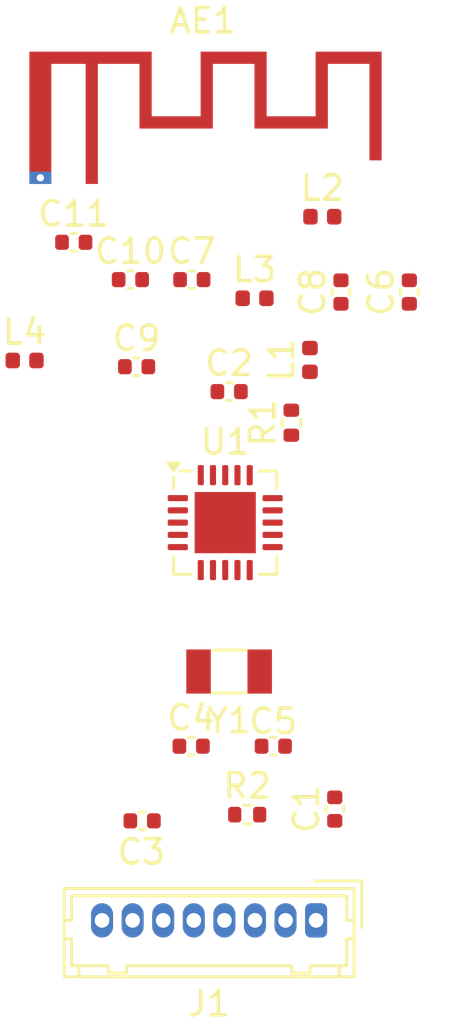
<source format=kicad_pcb>
(kicad_pcb (version 20240108) (generator "pcbnew") (generator_version "8.0")
  (layers (0 "F.Cu" signal) (31 "B.Cu" signal) (34 "B.Paste" user) (35 "F.Paste" user) (36 "B.SilkS" user "B.Silkscreen") (37 "F.SilkS" user "F.Silkscreen") (38 "B.Mask" user) (39 "F.Mask" user) (44 "Edge.Cuts" user))
  (net 0 "")
  (net 1 "Net-(AE1-A)")
  (net 2 "VDD")
  (net 3 "GND")
  (net 4 "Net-(U1-DVDD)")
  (net 5 "Net-(U1-XC2)")
  (net 6 "Net-(U1-XC1)")
  (net 7 "Net-(U1-VDD_PA)")
  (net 8 "Net-(C10-Pad1)")
  (net 9 "Net-(C7-Pad1)")
  (net 10 "Net-(J1-Pin_3)")
  (net 11 "Net-(J1-Pin_2)")
  (net 12 "Net-(J1-Pin_6)")
  (net 13 "Net-(J1-Pin_5)")
  (net 14 "Net-(J1-Pin_4)")
  (net 15 "Net-(J1-Pin_7)")
  (net 16 "Net-(U1-ANT1)")
  (net 17 "Net-(U1-ANT2)")
  (net 18 "Net-(U1-IREF)")
  (footprint "Capacitor_SMD:C_0402_1005Metric" (layer "F.Cu") (at 168.656 77.47)
    (property "Reference" "C11" (at 0 -1.16 0) (layer "F.SilkS"))
    (property "Value" "Cx")
    (fp_line (start -0.107836 -0.36) (end 0.107836 -0.36) (stroke (width 0.12)) (layer "F.SilkS"))
    (fp_line (start -0.107836 0.36) (end 0.107836 0.36) (stroke (width 0.12)) (layer "F.SilkS"))
    (pad "1" smd roundrect (at -0.48 0) (size 0.56 0.62) (layers "F.Cu" "F.Paste" "F.Mask") (net 1 "Net-(AE1-A)"))
    (pad "2" smd roundrect (at 0.48 0) (size 0.56 0.62) (layers "F.Cu" "F.Paste" "F.Mask") (net 3 "GND"))
  )
  (footprint "Package_DFN_QFN:QFN-20-1EP_4x4mm_P0.5mm_EP2.5x2.5mm" (layer "F.Cu") (at 174.8465 88.916)
    (property "Reference" "U1" (at 0 -3.3 0) (layer "F.SilkS"))
    (property "Value" "nRF24L01P")
    (fp_line (start -2.11 -1.385) (end -2.11 -1.87) (stroke (width 0.12)) (layer "F.SilkS"))
    (fp_line (start -2.11 2.11) (end -2.11 1.385) (stroke (width 0.12)) (layer "F.SilkS"))
    (fp_line (start -1.385 -2.11) (end -1.81 -2.11) (stroke (width 0.12)) (layer "F.SilkS"))
    (fp_line (start -1.385 2.11) (end -2.11 2.11) (stroke (width 0.12)) (layer "F.SilkS"))
    (fp_line (start 1.385 -2.11) (end 2.11 -2.11) (stroke (width 0.12)) (layer "F.SilkS"))
    (fp_line (start 1.385 2.11) (end 2.11 2.11) (stroke (width 0.12)) (layer "F.SilkS"))
    (fp_line (start 2.11 -2.11) (end 2.11 -1.385) (stroke (width 0.12)) (layer "F.SilkS"))
    (fp_line (start 2.11 2.11) (end 2.11 1.385) (stroke (width 0.12)) (layer "F.SilkS"))
    (fp_poly (pts (xy -2.11 -2.11) (xy -2.35 -2.44) (xy -1.87 -2.44) (xy -2.11 -2.11)) (stroke (width 0.12)) (fill solid) (layer "F.SilkS"))
    (pad "1" smd roundrect (at -1.9375 -1) (size 0.825 0.25) (layers "F.Cu" "F.Paste" "F.Mask") (net 12 "Net-(J1-Pin_6)"))
    (pad "2" smd roundrect (at -1.9375 -0.5) (size 0.825 0.25) (layers "F.Cu" "F.Paste" "F.Mask") (net 13 "Net-(J1-Pin_5)"))
    (pad "3" smd roundrect (at -1.9375 0) (size 0.825 0.25) (layers "F.Cu" "F.Paste" "F.Mask") (net 14 "Net-(J1-Pin_4)"))
    (pad "4" smd roundrect (at -1.9375 0.5) (size 0.825 0.25) (layers "F.Cu" "F.Paste" "F.Mask") (net 11 "Net-(J1-Pin_2)"))
    (pad "5" smd roundrect (at -1.9375 1) (size 0.825 0.25) (layers "F.Cu" "F.Paste" "F.Mask") (net 10 "Net-(J1-Pin_3)"))
    (pad "6" smd roundrect (at -1 1.9375) (size 0.25 0.825) (layers "F.Cu" "F.Paste" "F.Mask") (net 15 "Net-(J1-Pin_7)"))
    (pad "7" smd roundrect (at -0.5 1.9375) (size 0.25 0.825) (layers "F.Cu" "F.Paste" "F.Mask") (net 2 "VDD"))
    (pad "8" smd roundrect (at 0 1.9375) (size 0.25 0.825) (layers "F.Cu" "F.Paste" "F.Mask") (net 3 "GND"))
    (pad "9" smd roundrect (at 0.5 1.9375) (size 0.25 0.825) (layers "F.Cu" "F.Paste" "F.Mask") (net 5 "Net-(U1-XC2)"))
    (pad "10" smd roundrect (at 1 1.9375) (size 0.25 0.825) (layers "F.Cu" "F.Paste" "F.Mask") (net 6 "Net-(U1-XC1)"))
    (pad "11" smd roundrect (at 1.9375 1) (size 0.825 0.25) (layers "F.Cu" "F.Paste" "F.Mask") (net 7 "Net-(U1-VDD_PA)"))
    (pad "12" smd roundrect (at 1.9375 0.5) (size 0.825 0.25) (layers "F.Cu" "F.Paste" "F.Mask") (net 16 "Net-(U1-ANT1)"))
    (pad "13" smd roundrect (at 1.9375 0) (size 0.825 0.25) (layers "F.Cu" "F.Paste" "F.Mask") (net 17 "Net-(U1-ANT2)"))
    (pad "14" smd roundrect (at 1.9375 -0.5) (size 0.825 0.25) (layers "F.Cu" "F.Paste" "F.Mask") (net 3 "GND"))
    (pad "15" smd roundrect (at 1.9375 -1) (size 0.825 0.25) (layers "F.Cu" "F.Paste" "F.Mask") (net 2 "VDD"))
    (pad "16" smd roundrect (at 1 -1.9375) (size 0.25 0.825) (layers "F.Cu" "F.Paste" "F.Mask") (net 18 "Net-(U1-IREF)"))
    (pad "17" smd roundrect (at 0.5 -1.9375) (size 0.25 0.825) (layers "F.Cu" "F.Paste" "F.Mask") (net 3 "GND"))
    (pad "18" smd roundrect (at 0 -1.9375) (size 0.25 0.825) (layers "F.Cu" "F.Paste" "F.Mask") (net 2 "VDD"))
    (pad "19" smd roundrect (at -0.5 -1.9375) (size 0.25 0.825) (layers "F.Cu" "F.Paste" "F.Mask") (net 4 "Net-(U1-DVDD)"))
    (pad "20" smd roundrect (at -1 -1.9375) (size 0.25 0.825) (layers "F.Cu" "F.Paste" "F.Mask") (net 3 "GND"))
    (pad "21" smd rect (at 0 0) (size 2.5 2.5) (property pad_prop_heatsink) (layers "F.Cu" "F.Mask"))
  )
  (footprint "Inductor_SMD:L_0402_1005Metric" (layer "F.Cu") (at 178.308 82.273 90)
    (property "Reference" "L1" (at 0 -1.17 90) (layer "F.SilkS"))
    (property "Value" "8n2")
    (pad "1" smd roundrect (at -0.485 0 90) (size 0.59 0.64) (layers "F.Cu" "F.Paste" "F.Mask") (net 16 "Net-(U1-ANT1)"))
    (pad "2" smd roundrect (at 0.485 0 90) (size 0.59 0.64) (layers "F.Cu" "F.Paste" "F.Mask") (net 17 "Net-(U1-ANT2)"))
  )
  (footprint "Capacitor_SMD:C_0402_1005Metric" (layer "F.Cu") (at 179.578 79.502 90)
    (property "Reference" "C8" (at 0 -1.16 90) (layer "F.SilkS"))
    (property "Value" "C_Small")
    (fp_line (start -0.107836 -0.36) (end 0.107836 -0.36) (stroke (width 0.12)) (layer "F.SilkS"))
    (fp_line (start -0.107836 0.36) (end 0.107836 0.36) (stroke (width 0.12)) (layer "F.SilkS"))
    (pad "1" smd roundrect (at -0.48 0 90) (size 0.56 0.62) (layers "F.Cu" "F.Paste" "F.Mask") (net 7 "Net-(U1-VDD_PA)"))
    (pad "2" smd roundrect (at 0.48 0 90) (size 0.56 0.62) (layers "F.Cu" "F.Paste" "F.Mask") (net 3 "GND"))
  )
  (footprint "Capacitor_SMD:C_0402_1005Metric" (layer "F.Cu") (at 179.324 100.612 90)
    (property "Reference" "C1" (at 0 -1.16 90) (layer "F.SilkS"))
    (property "Value" "10n")
    (fp_line (start -0.107836 -0.36) (end 0.107836 -0.36) (stroke (width 0.12)) (layer "F.SilkS"))
    (fp_line (start -0.107836 0.36) (end 0.107836 0.36) (stroke (width 0.12)) (layer "F.SilkS"))
    (pad "1" smd roundrect (at -0.48 0 90) (size 0.56 0.62) (layers "F.Cu" "F.Paste" "F.Mask") (net 2 "VDD"))
    (pad "2" smd roundrect (at 0.48 0 90) (size 0.56 0.62) (layers "F.Cu" "F.Paste" "F.Mask") (net 3 "GND"))
  )
  (footprint "Resistor_SMD:R_0402_1005Metric" (layer "F.Cu") (at 175.746 100.838)
    (property "Reference" "R2" (at 0 -1.17 0) (layer "F.SilkS"))
    (property "Value" "10M")
    (fp_line (start -0.153641 -0.38) (end 0.153641 -0.38) (stroke (width 0.12)) (layer "F.SilkS"))
    (fp_line (start -0.153641 0.38) (end 0.153641 0.38) (stroke (width 0.12)) (layer "F.SilkS"))
    (pad "1" smd roundrect (at -0.51 0) (size 0.54 0.64) (layers "F.Cu" "F.Paste" "F.Mask") (net 5 "Net-(U1-XC2)"))
    (pad "2" smd roundrect (at 0.51 0) (size 0.54 0.64) (layers "F.Cu" "F.Paste" "F.Mask") (net 6 "Net-(U1-XC1)"))
  )
  (footprint "Capacitor_SMD:C_0402_1005Metric" (layer "F.Cu") (at 171.224 82.55)
    (property "Reference" "C9" (at 0 -1.16 0) (layer "F.SilkS"))
    (property "Value" "1p")
    (fp_line (start -0.107836 -0.36) (end 0.107836 -0.36) (stroke (width 0.12)) (layer "F.SilkS"))
    (fp_line (start -0.107836 0.36) (end 0.107836 0.36) (stroke (width 0.12)) (layer "F.SilkS"))
    (pad "1" smd roundrect (at -0.48 0) (size 0.56 0.62) (layers "F.Cu" "F.Paste" "F.Mask") (net 8 "Net-(C10-Pad1)"))
    (pad "2" smd roundrect (at 0.48 0) (size 0.56 0.62) (layers "F.Cu" "F.Paste" "F.Mask") (net 3 "GND"))
  )
  (footprint "Resistor_SMD:R_0402_1005Metric" (layer "F.Cu") (at 177.548 84.836 90)
    (property "Reference" "R1" (at 0 -1.17 90) (layer "F.SilkS"))
    (property "Value" "22K")
    (fp_line (start -0.153641 -0.38) (end 0.153641 -0.38) (stroke (width 0.12)) (layer "F.SilkS"))
    (fp_line (start -0.153641 0.38) (end 0.153641 0.38) (stroke (width 0.12)) (layer "F.SilkS"))
    (pad "1" smd roundrect (at -0.51 0 90) (size 0.54 0.64) (layers "F.Cu" "F.Paste" "F.Mask") (net 18 "Net-(U1-IREF)"))
    (pad "2" smd roundrect (at 0.51 0 90) (size 0.54 0.64) (layers "F.Cu" "F.Paste" "F.Mask") (net 3 "GND"))
  )
  (footprint "Crystal:Crystal_SMD_3215-2Pin_3.2x1.5mm" (layer "F.Cu") (at 175.006 94.996 180)
    (property "Reference" "Y1" (at 0 -2 360) (layer "F.SilkS"))
    (property "Value" "16MHz")
    (fp_line (start -0.675 0.875) (end 0.675 0.875) (stroke (width 0.12)) (layer "F.SilkS"))
    (fp_line (start -0.675 -0.875) (end 0.675 -0.875) (stroke (width 0.12)) (layer "F.SilkS"))
    (pad "1" smd rect (at 1.25 0 180) (size 1 1.8) (layers "F.Cu" "F.Paste" "F.Mask") (net 5 "Net-(U1-XC2)"))
    (pad "2" smd rect (at -1.25 0 180) (size 1 1.8) (layers "F.Cu" "F.Paste" "F.Mask") (net 6 "Net-(U1-XC1)"))
  )
  (footprint "Capacitor_SMD:C_0402_1005Metric" (layer "F.Cu") (at 176.812 98.044)
    (property "Reference" "C5" (at -0.008 -1.016 0) (layer "F.SilkS"))
    (property "Value" "22p")
    (fp_line (start -0.107836 -0.36) (end 0.107836 -0.36) (stroke (width 0.12)) (layer "F.SilkS"))
    (fp_line (start -0.107836 0.36) (end 0.107836 0.36) (stroke (width 0.12)) (layer "F.SilkS"))
    (pad "1" smd roundrect (at -0.48 0) (size 0.56 0.62) (layers "F.Cu" "F.Paste" "F.Mask") (net 6 "Net-(U1-XC1)"))
    (pad "2" smd roundrect (at 0.48 0) (size 0.56 0.62) (layers "F.Cu" "F.Paste" "F.Mask") (net 3 "GND"))
  )
  (footprint "Capacitor_SMD:C_0402_1005Metric" (layer "F.Cu") (at 182.372 79.502 90)
    (property "Reference" "C6" (at 0 -1.16 90) (layer "F.SilkS"))
    (property "Value" "C_Small")
    (fp_line (start -0.107836 -0.36) (end 0.107836 -0.36) (stroke (width 0.12)) (layer "F.SilkS"))
    (fp_line (start -0.107836 0.36) (end 0.107836 0.36) (stroke (width 0.12)) (layer "F.SilkS"))
    (pad "1" smd roundrect (at -0.48 0 90) (size 0.56 0.62) (layers "F.Cu" "F.Paste" "F.Mask") (net 7 "Net-(U1-VDD_PA)"))
    (pad "2" smd roundrect (at 0.48 0 90) (size 0.56 0.62) (layers "F.Cu" "F.Paste" "F.Mask") (net 3 "GND"))
  )
  (footprint "Inductor_SMD:L_0402_1005Metric" (layer "F.Cu") (at 178.816 76.426)
    (property "Reference" "L2" (at 0 -1.17 0) (layer "F.SilkS"))
    (property "Value" "3n9")
    (pad "1" smd roundrect (at -0.485 0) (size 0.59 0.64) (layers "F.Cu" "F.Paste" "F.Mask") (net 16 "Net-(U1-ANT1)"))
    (pad "2" smd roundrect (at 0.485 0) (size 0.59 0.64) (layers "F.Cu" "F.Paste" "F.Mask") (net 9 "Net-(C7-Pad1)"))
  )
  (footprint "Capacitor_SMD:C_0402_1005Metric" (layer "F.Cu") (at 173.454 98.044)
    (property "Reference" "C4" (at 0 -1.16 0) (layer "F.SilkS"))
    (property "Value" "22p")
    (fp_line (start -0.107836 -0.36) (end 0.107836 -0.36) (stroke (width 0.12)) (layer "F.SilkS"))
    (fp_line (start -0.107836 0.36) (end 0.107836 0.36) (stroke (width 0.12)) (layer "F.SilkS"))
    (pad "1" smd roundrect (at -0.48 0) (size 0.56 0.62) (layers "F.Cu" "F.Paste" "F.Mask") (net 5 "Net-(U1-XC2)"))
    (pad "2" smd roundrect (at 0.48 0) (size 0.56 0.62) (layers "F.Cu" "F.Paste" "F.Mask") (net 3 "GND"))
  )
  (footprint "RF_Antenna:Texas_SWRA117D_2.4GHz_Right" (layer "F.Cu") (at 169.391 74.836)
    (property "Reference" "AE1" (at 4.55 -6.41 0) (layer "F.SilkS"))
    (property "Value" "Antenna")
    (fp_poly (pts (xy 2.45 -2.51) (xy 4.45 -2.51) (xy 4.45 -5.15) (xy 7.15 -5.15) (xy 7.15 -2.51) (xy 9.15 -2.51) (xy 9.15 -5.15) (xy 11.85 -5.15) (xy 11.85 -0.71) (xy 11.35 -0.71) (xy 11.35 -4.65) (xy 9.65 -4.65) (xy 9.65 -2.01) (xy 6.65 -2.01) (xy 6.65 -4.65) (xy 4.95 -4.65) (xy 4.95 -2.01) (xy 1.95 -2.01) (xy 1.95 -4.65) (xy 0.25 -4.65) (xy 0.25 0.25) (xy -0.25 0.25) (xy -0.25 -4.65) (xy -1.65 -4.65) (xy -1.65 0.25) (xy -2.55 0.25) (xy -2.55 0.006785) (xy -2.247583 0.006785) (xy -2.237742 0.054395) (xy -2.213674 0.096797) (xy -2.175731 0.129581) (xy -2.167819 0.133935) (xy -2.125156 0.146043) (xy -2.076637 0.1453) (xy -2.031122 0.1324) (xy -2.012511 0.121787) (xy -1.978868 0.086553) (xy -1.958309 0.041368) (xy -1.951778 -0.008158) (xy -1.960218 -0.056417) (xy -1.977112 -0.088643) (xy -2.012372 -0.121313) (xy -2.057682 -0.141408) (xy -2.107267 -0.147982) (xy -2.155353 -0.140092) (xy -2.188245 -0.123186) (xy -2.223185 -0.086416) (xy -2.242847 -0.041622) (xy -2.247583 0.006785) (xy -2.55 0.006785) (xy -2.55 -5.15) (xy 2.45 -5.15) (xy 2.45 -2.51)) (fill solid) (layer "F.Cu"))
    (pad "1" connect rect (at 0 0) (size 0.5 0.5) (layers "F.Cu") (net 1 "Net-(AE1-A)"))
    (pad "2" thru_hole rect (at -2.1 0) (size 0.9 0.5) (drill 0.3) (layers "*.Cu"))
  )
  (footprint "Connector_Hirose:Hirose_DF13-08P-1.25DSA_1x08_P1.25mm_Vertical" (layer "F.Cu") (at 178.562 105.156 180)
    (property "Reference" "J1" (at 4.38 -3.4 360) (layer "F.SilkS"))
    (property "Value" "Conn_01x08_Pin")
    (fp_line (start 10.3 1.3) (end 10.3 -2.3) (stroke (width 0.12)) (layer "F.SilkS"))
    (fp_line (start 10.3 -0.75) (end 10 -0.75) (stroke (width 0.12)) (layer "F.SilkS"))
    (fp_line (start 10.3 -2.3) (end -1.55 -2.3) (stroke (width 0.12)) (layer "F.SilkS"))
    (fp_line (start 10 1) (end 10 0) (stroke (width 0.12)) (layer "F.SilkS"))
    (fp_line (start 10 0) (end 10.3 0) (stroke (width 0.12)) (layer "F.SilkS"))
    (fp_line (start 10 -0.75) (end 10 -1.85) (stroke (width 0.12)) (layer "F.SilkS"))
    (fp_line (start 10 -1.85) (end 9.7 -1.85) (stroke (width 0.12)) (layer "F.SilkS"))
    (fp_line (start 9.7 -1.85) (end 9.7 -2.3) (stroke (width 0.12)) (layer "F.SilkS"))
    (fp_line (start 8.5 -1.85) (end 9.7 -1.85) (stroke (width 0.12)) (layer "F.SilkS"))
    (fp_line (start 8.5 -2.15) (end 8.5 -1.85) (stroke (width 0.12)) (layer "F.SilkS"))
    (fp_line (start 7.75 -1.85) (end 7.75 -2.15) (stroke (width 0.12)) (layer "F.SilkS"))
    (fp_line (start 7.75 -2.15) (end 8.5 -2.15) (stroke (width 0.12)) (layer "F.SilkS"))
    (fp_line (start 1 -1.85) (end 7.75 -1.85) (stroke (width 0.12)) (layer "F.SilkS"))
    (fp_line (start 1 -2.15) (end 1 -1.85) (stroke (width 0.12)) (layer "F.SilkS"))
    (fp_line (start 0.25 -1.85) (end 0.25 -2.15) (stroke (width 0.12)) (layer "F.SilkS"))
    (fp_line (start 0.25 -2.15) (end 1 -2.15) (stroke (width 0.12)) (layer "F.SilkS"))
    (fp_line (start -0.95 -1.85) (end 0.25 -1.85) (stroke (width 0.12)) (layer "F.SilkS"))
    (fp_line (start -0.95 -1.85) (end -0.95 -2.3) (stroke (width 0.12)) (layer "F.SilkS"))
    (fp_line (start -1.25 1) (end 10 1) (stroke (width 0.12)) (layer "F.SilkS"))
    (fp_line (start -1.25 0) (end -1.25 1) (stroke (width 0.12)) (layer "F.SilkS"))
    (fp_line (start -1.25 -0.75) (end -1.25 -1.85) (stroke (width 0.12)) (layer "F.SilkS"))
    (fp_line (start -1.25 -1.85) (end -0.95 -1.85) (stroke (width 0.12)) (layer "F.SilkS"))
    (fp_line (start -1.55 1.3) (end 10.3 1.3) (stroke (width 0.12)) (layer "F.SilkS"))
    (fp_line (start -1.55 0) (end -1.25 0) (stroke (width 0.12)) (layer "F.SilkS"))
    (fp_line (start -1.55 -0.75) (end -1.25 -0.75) (stroke (width 0.12)) (layer "F.SilkS"))
    (fp_line (start -1.55 -2.3) (end -1.55 1.3) (stroke (width 0.12)) (layer "F.SilkS"))
    (fp_line (start -1.86 1.61) (end 0.05 1.61) (stroke (width 0.12)) (layer "F.SilkS"))
    (fp_line (start -1.86 -0.3) (end -1.86 1.61) (stroke (width 0.12)) (layer "F.SilkS"))
    (pad "1" thru_hole roundrect (at 0 0 180) (size 0.9 1.4) (drill 0.6) (layers "*.Cu" "*.Mask") (net 2 "VDD"))
    (pad "2" thru_hole oval (at 1.25 0 180) (size 0.9 1.4) (drill 0.6) (layers "*.Cu" "*.Mask") (net 11 "Net-(J1-Pin_2)"))
    (pad "3" thru_hole oval (at 2.5 0 180) (size 0.9 1.4) (drill 0.6) (layers "*.Cu" "*.Mask") (net 10 "Net-(J1-Pin_3)"))
    (pad "4" thru_hole oval (at 3.75 0 180) (size 0.9 1.4) (drill 0.6) (layers "*.Cu" "*.Mask") (net 14 "Net-(J1-Pin_4)"))
    (pad "5" thru_hole oval (at 5 0 180) (size 0.9 1.4) (drill 0.6) (layers "*.Cu" "*.Mask") (net 13 "Net-(J1-Pin_5)"))
    (pad "6" thru_hole oval (at 6.25 0 180) (size 0.9 1.4) (drill 0.6) (layers "*.Cu" "*.Mask") (net 12 "Net-(J1-Pin_6)"))
    (pad "7" thru_hole oval (at 7.5 0 180) (size 0.9 1.4) (drill 0.6) (layers "*.Cu" "*.Mask") (net 15 "Net-(J1-Pin_7)"))
    (pad "8" thru_hole oval (at 8.75 0 180) (size 0.9 1.4) (drill 0.6) (layers "*.Cu" "*.Mask") (net 3 "GND"))
  )
  (footprint "Capacitor_SMD:C_0402_1005Metric" (layer "F.Cu") (at 171.45 101.092 180)
    (property "Reference" "C3" (at 0.028 -1.27 360) (layer "F.SilkS"))
    (property "Value" "1n")
    (fp_line (start -0.107836 0.36) (end 0.107836 0.36) (stroke (width 0.12)) (layer "F.SilkS"))
    (fp_line (start -0.107836 -0.36) (end 0.107836 -0.36) (stroke (width 0.12)) (layer "F.SilkS"))
    (pad "1" smd roundrect (at -0.48 0 180) (size 0.56 0.62) (layers "F.Cu" "F.Paste" "F.Mask") (net 2 "VDD"))
    (pad "2" smd roundrect (at 0.48 0 180) (size 0.56 0.62) (layers "F.Cu" "F.Paste" "F.Mask") (net 3 "GND"))
  )
  (footprint "Capacitor_SMD:C_0402_1005Metric" (layer "F.Cu") (at 173.482 78.994)
    (property "Reference" "C7" (at 0 -1.16 0) (layer "F.SilkS"))
    (property "Value" "1p5")
    (fp_line (start -0.107836 -0.36) (end 0.107836 -0.36) (stroke (width 0.12)) (layer "F.SilkS"))
    (fp_line (start -0.107836 0.36) (end 0.107836 0.36) (stroke (width 0.12)) (layer "F.SilkS"))
    (pad "1" smd roundrect (at -0.48 0) (size 0.56 0.62) (layers "F.Cu" "F.Paste" "F.Mask") (net 9 "Net-(C7-Pad1)"))
    (pad "2" smd roundrect (at 0.48 0) (size 0.56 0.62) (layers "F.Cu" "F.Paste" "F.Mask") (net 8 "Net-(C10-Pad1)"))
  )
  (footprint "Capacitor_SMD:C_0402_1005Metric" (layer "F.Cu") (at 175.006 83.566)
    (property "Reference" "C2" (at 0 -1.16 0) (layer "F.SilkS"))
    (property "Value" "33n")
    (fp_line (start -0.107836 -0.36) (end 0.107836 -0.36) (stroke (width 0.12)) (layer "F.SilkS"))
    (fp_line (start -0.107836 0.36) (end 0.107836 0.36) (stroke (width 0.12)) (layer "F.SilkS"))
    (pad "1" smd roundrect (at -0.48 0) (size 0.56 0.62) (layers "F.Cu" "F.Paste" "F.Mask") (net 4 "Net-(U1-DVDD)"))
    (pad "2" smd roundrect (at 0.48 0) (size 0.56 0.62) (layers "F.Cu" "F.Paste" "F.Mask") (net 3 "GND"))
  )
  (footprint "Inductor_SMD:L_0402_1005Metric" (layer "F.Cu") (at 176.045 79.756)
    (property "Reference" "L3" (at 0 -1.17 0) (layer "F.SilkS"))
    (property "Value" "2n7")
    (pad "1" smd roundrect (at -0.485 0) (size 0.59 0.64) (layers "F.Cu" "F.Paste" "F.Mask") (net 17 "Net-(U1-ANT2)"))
    (pad "2" smd roundrect (at 0.485 0) (size 0.59 0.64) (layers "F.Cu" "F.Paste" "F.Mask") (net 7 "Net-(U1-VDD_PA)"))
  )
  (footprint "Capacitor_SMD:C_0402_1005Metric" (layer "F.Cu") (at 170.97 78.994)
    (property "Reference" "C10" (at 0 -1.16 0) (layer "F.SilkS"))
    (property "Value" "Cx")
    (fp_line (start -0.107836 -0.36) (end 0.107836 -0.36) (stroke (width 0.12)) (layer "F.SilkS"))
    (fp_line (start -0.107836 0.36) (end 0.107836 0.36) (stroke (width 0.12)) (layer "F.SilkS"))
    (pad "1" smd roundrect (at -0.48 0) (size 0.56 0.62) (layers "F.Cu" "F.Paste" "F.Mask") (net 8 "Net-(C10-Pad1)"))
    (pad "2" smd roundrect (at 0.48 0) (size 0.56 0.62) (layers "F.Cu" "F.Paste" "F.Mask") (net 3 "GND"))
  )
  (footprint "Inductor_SMD:L_0402_1005Metric" (layer "F.Cu") (at 166.647 82.296)
    (property "Reference" "L4" (at 0 -1.17 0) (layer "F.SilkS"))
    (property "Value" "Lx")
    (pad "1" smd roundrect (at -0.485 0) (size 0.59 0.64) (layers "F.Cu" "F.Paste" "F.Mask") (net 8 "Net-(C10-Pad1)"))
    (pad "2" smd roundrect (at 0.485 0) (size 0.59 0.64) (layers "F.Cu" "F.Paste" "F.Mask") (net 1 "Net-(AE1-A)"))
  )
)
</source>
